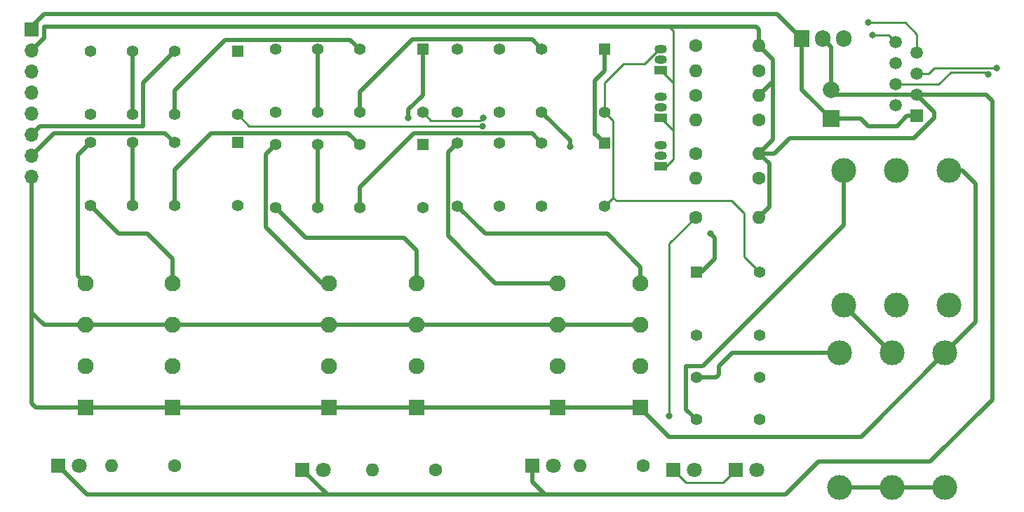
<source format=gbr>
%TF.GenerationSoftware,KiCad,Pcbnew,7.0.9*%
%TF.CreationDate,2024-06-30T00:15:25-04:00*%
%TF.ProjectId,Loop Board 3 Jackless Input,4c6f6f70-2042-46f6-9172-642033204a61,rev?*%
%TF.SameCoordinates,Original*%
%TF.FileFunction,Copper,L2,Bot*%
%TF.FilePolarity,Positive*%
%FSLAX46Y46*%
G04 Gerber Fmt 4.6, Leading zero omitted, Abs format (unit mm)*
G04 Created by KiCad (PCBNEW 7.0.9) date 2024-06-30 00:15:25*
%MOMM*%
%LPD*%
G01*
G04 APERTURE LIST*
%TA.AperFunction,ComponentPad*%
%ADD10R,1.400000X1.400000*%
%TD*%
%TA.AperFunction,ComponentPad*%
%ADD11C,1.400000*%
%TD*%
%TA.AperFunction,ComponentPad*%
%ADD12R,1.700000X1.700000*%
%TD*%
%TA.AperFunction,ComponentPad*%
%ADD13O,1.700000X1.700000*%
%TD*%
%TA.AperFunction,ComponentPad*%
%ADD14R,1.500000X1.050000*%
%TD*%
%TA.AperFunction,ComponentPad*%
%ADD15O,1.500000X1.050000*%
%TD*%
%TA.AperFunction,ComponentPad*%
%ADD16R,1.950000X1.950000*%
%TD*%
%TA.AperFunction,ComponentPad*%
%ADD17C,1.950000*%
%TD*%
%TA.AperFunction,ComponentPad*%
%ADD18R,1.500000X1.500000*%
%TD*%
%TA.AperFunction,ComponentPad*%
%ADD19C,1.500000*%
%TD*%
%TA.AperFunction,ComponentPad*%
%ADD20R,1.800000X1.800000*%
%TD*%
%TA.AperFunction,ComponentPad*%
%ADD21C,1.800000*%
%TD*%
%TA.AperFunction,ComponentPad*%
%ADD22C,1.600000*%
%TD*%
%TA.AperFunction,ComponentPad*%
%ADD23O,1.600000X1.600000*%
%TD*%
%TA.AperFunction,ComponentPad*%
%ADD24C,3.000000*%
%TD*%
%TA.AperFunction,ComponentPad*%
%ADD25R,1.905000X2.000000*%
%TD*%
%TA.AperFunction,ComponentPad*%
%ADD26O,1.905000X2.000000*%
%TD*%
%TA.AperFunction,ComponentPad*%
%ADD27R,2.000000X2.000000*%
%TD*%
%TA.AperFunction,ComponentPad*%
%ADD28C,2.000000*%
%TD*%
%TA.AperFunction,ViaPad*%
%ADD29C,0.800000*%
%TD*%
%TA.AperFunction,Conductor*%
%ADD30C,0.500000*%
%TD*%
%TA.AperFunction,Conductor*%
%ADD31C,0.250000*%
%TD*%
G04 APERTURE END LIST*
D10*
%TO.P,Right3,1*%
%TO.N,/5V*%
X148380000Y-42975000D03*
D11*
%TO.P,Right3,4*%
%TO.N,/R_out*%
X140760000Y-42975000D03*
%TO.P,Right3,6*%
%TO.N,Net-(Right3-Pad11)*%
X135680000Y-42975000D03*
%TO.P,Right3,8*%
%TO.N,/R_Return3*%
X130600000Y-42975000D03*
%TO.P,Right3,9*%
%TO.N,/R_send3*%
X130600000Y-50595000D03*
%TO.P,Right3,11*%
%TO.N,Net-(Right3-Pad11)*%
X135680000Y-50595000D03*
%TO.P,Right3,13*%
%TO.N,Net-(Right2-Pad4)*%
X140760000Y-50595000D03*
%TO.P,Right3,16*%
%TO.N,Net-(QL3-D)*%
X148380000Y-50595000D03*
%TD*%
D12*
%TO.P,J2,1,Pin_1*%
%TO.N,/9V*%
X123500000Y-40340000D03*
D13*
%TO.P,J2,2,Pin_2*%
%TO.N,/Ctrl_GND*%
X123500000Y-42880000D03*
%TO.P,J2,3,Pin_3*%
%TO.N,/Control4*%
X123500000Y-45420000D03*
%TO.P,J2,4,Pin_4*%
%TO.N,/Control5*%
X123500000Y-47960000D03*
%TO.P,J2,5,Pin_5*%
%TO.N,/Control6*%
X123500000Y-50500000D03*
%TO.P,J2,6,Pin_6*%
%TO.N,/R_out*%
X123500000Y-53040000D03*
%TO.P,J2,7,Pin_7*%
%TO.N,/L_out*%
X123500000Y-55580000D03*
%TO.P,J2,8,Pin_8*%
%TO.N,/Signal_Gnd*%
X123500000Y-58120000D03*
%TD*%
D14*
%TO.P,QL3,1,S*%
%TO.N,/Ctrl_GND*%
X199500000Y-56835000D03*
D15*
%TO.P,QL3,2,G*%
%TO.N,Net-(QL3-G)*%
X199500000Y-55565000D03*
%TO.P,QL3,3,D*%
%TO.N,Net-(QL3-D)*%
X199500000Y-54295000D03*
%TD*%
D16*
%TO.P,Return2,1,Pin_1*%
%TO.N,/Signal_Gnd*%
X159400000Y-86000000D03*
D17*
%TO.P,Return2,2,Pin_2*%
%TO.N,/R_Return2*%
X159400000Y-81000000D03*
%TO.P,Return2,3,Pin_3*%
%TO.N,/Signal_Gnd*%
X159400000Y-76000000D03*
%TO.P,Return2,4,Pin_4*%
%TO.N,/L_Return2*%
X159400000Y-71000000D03*
%TD*%
D18*
%TO.P,J1,1*%
%TO.N,/9V*%
X230400000Y-50782500D03*
D19*
%TO.P,J1,2*%
%TO.N,/Control1*%
X227860000Y-49512500D03*
%TO.P,J1,3*%
%TO.N,/Ctrl_GND*%
X230400000Y-48242500D03*
%TO.P,J1,4*%
%TO.N,/Control2*%
X227860000Y-46972500D03*
%TO.P,J1,5*%
%TO.N,/Control3*%
X230400000Y-45702500D03*
%TO.P,J1,6*%
%TO.N,/Control4*%
X227860000Y-44432500D03*
%TO.P,J1,7*%
%TO.N,/Control5*%
X230400000Y-43162500D03*
%TO.P,J1,8*%
%TO.N,/Control6*%
X227860000Y-41892500D03*
%TD*%
D20*
%TO.P,D2,1,K*%
%TO.N,/Ctrl_GND*%
X156225000Y-93500000D03*
D21*
%TO.P,D2,2,A*%
%TO.N,Net-(D2-A)*%
X158765000Y-93500000D03*
%TD*%
D22*
%TO.P,LeftPD2,1*%
%TO.N,Net-(QL2-G)*%
X203690000Y-48295000D03*
D23*
%TO.P,LeftPD2,2*%
%TO.N,/Ctrl_GND*%
X211310000Y-48295000D03*
%TD*%
D16*
%TO.P,Send3,1,Pin_1*%
%TO.N,/Signal_Gnd*%
X140537500Y-86000000D03*
D17*
%TO.P,Send3,2,Pin_2*%
%TO.N,/R_send3*%
X140537500Y-81000000D03*
%TO.P,Send3,3,Pin_3*%
%TO.N,/Signal_Gnd*%
X140537500Y-76000000D03*
%TO.P,Send3,4,Pin_4*%
%TO.N,/L_Send3*%
X140537500Y-71000000D03*
%TD*%
D24*
%TO.P,R1,R*%
%TO.N,unconnected-(R1-PadR)*%
X227915000Y-57385000D03*
%TO.P,R1,RN*%
%TO.N,unconnected-(R1-PadRN)*%
X227915000Y-73615000D03*
%TO.P,R1,S*%
%TO.N,/Signal_Gnd*%
X234265000Y-57385000D03*
%TO.P,R1,SN*%
%TO.N,unconnected-(R1-PadSN)*%
X234265000Y-73615000D03*
%TO.P,R1,T*%
%TO.N,/R_in*%
X221565000Y-57385000D03*
%TO.P,R1,TN*%
%TO.N,Net-(L/Mono1-PadR)*%
X221565000Y-73615000D03*
%TD*%
D10*
%TO.P,Left/Mono3,1*%
%TO.N,/5V*%
X148380000Y-53975000D03*
D11*
%TO.P,Left/Mono3,4*%
%TO.N,/L_out*%
X140760000Y-53975000D03*
%TO.P,Left/Mono3,6*%
%TO.N,Net-(Left/Mono3-Pad11)*%
X135680000Y-53975000D03*
%TO.P,Left/Mono3,8*%
%TO.N,/L_Return3*%
X130600000Y-53975000D03*
%TO.P,Left/Mono3,9*%
%TO.N,/L_Send3*%
X130600000Y-61595000D03*
%TO.P,Left/Mono3,11*%
%TO.N,Net-(Left/Mono3-Pad11)*%
X135680000Y-61595000D03*
%TO.P,Left/Mono3,13*%
%TO.N,Net-(Left/Mono2-Pad4)*%
X140760000Y-61595000D03*
%TO.P,Left/Mono3,16*%
%TO.N,Net-(QL3-D)*%
X148380000Y-61595000D03*
%TD*%
D25*
%TO.P,U1,1,IN*%
%TO.N,/9V*%
X216460000Y-41445000D03*
D26*
%TO.P,U1,2,GND*%
%TO.N,/Ctrl_GND*%
X219000000Y-41445000D03*
%TO.P,U1,3,OUT*%
%TO.N,/5V*%
X221540000Y-41445000D03*
%TD*%
D22*
%TO.P,LeftPD3,1*%
%TO.N,Net-(QL3-G)*%
X203690000Y-55295000D03*
D23*
%TO.P,LeftPD3,2*%
%TO.N,/Ctrl_GND*%
X211310000Y-55295000D03*
%TD*%
D22*
%TO.P,RLed1,1*%
%TO.N,/Control1*%
X197310000Y-93000000D03*
D23*
%TO.P,RLed1,2*%
%TO.N,Net-(D1-A)*%
X189690000Y-93000000D03*
%TD*%
D20*
%TO.P,D4,1,K*%
%TO.N,Net-(D4-K)*%
X201000000Y-93500000D03*
D21*
%TO.P,D4,2,A*%
%TO.N,Net-(D4-A)*%
X203540000Y-93500000D03*
%TD*%
D14*
%TO.P,QL2,1,S*%
%TO.N,/Ctrl_GND*%
X199500000Y-51045000D03*
D15*
%TO.P,QL2,2,G*%
%TO.N,Net-(QL2-G)*%
X199500000Y-49775000D03*
%TO.P,QL2,3,D*%
%TO.N,Net-(QL2-D)*%
X199500000Y-48505000D03*
%TD*%
D22*
%TO.P,LGate3,1*%
%TO.N,/Control3*%
X211310000Y-58295000D03*
D23*
%TO.P,LGate3,2*%
%TO.N,Net-(QL3-G)*%
X203690000Y-58295000D03*
%TD*%
D16*
%TO.P,Send2,1,Pin_1*%
%TO.N,/Signal_Gnd*%
X170037500Y-86000000D03*
D17*
%TO.P,Send2,2,Pin_2*%
%TO.N,/R_send2*%
X170037500Y-81000000D03*
%TO.P,Send2,3,Pin_3*%
%TO.N,/Signal_Gnd*%
X170037500Y-76000000D03*
%TO.P,Send2,4,Pin_4*%
%TO.N,/L_Send2*%
X170037500Y-71000000D03*
%TD*%
D10*
%TO.P,Left/Mono1,1*%
%TO.N,/5V*%
X192700000Y-54032500D03*
D11*
%TO.P,Left/Mono1,4*%
%TO.N,Net-(InputRelay1-Pad4)*%
X185080000Y-54032500D03*
%TO.P,Left/Mono1,6*%
%TO.N,Net-(Left/Mono1-Pad11)*%
X180000000Y-54032500D03*
%TO.P,Left/Mono1,8*%
%TO.N,/L_Return1*%
X174920000Y-54032500D03*
%TO.P,Left/Mono1,9*%
%TO.N,/L_Send1*%
X174920000Y-61652500D03*
%TO.P,Left/Mono1,11*%
%TO.N,Net-(Left/Mono1-Pad11)*%
X180000000Y-61652500D03*
%TO.P,Left/Mono1,13*%
%TO.N,/L_in*%
X185080000Y-61652500D03*
%TO.P,Left/Mono1,16*%
%TO.N,Net-(QL1-D)*%
X192700000Y-61652500D03*
%TD*%
D14*
%TO.P,QL1,1,S*%
%TO.N,/Ctrl_GND*%
X199500000Y-45255000D03*
D15*
%TO.P,QL1,2,G*%
%TO.N,Net-(QL1-G)*%
X199500000Y-43985000D03*
%TO.P,QL1,3,D*%
%TO.N,Net-(QL1-D)*%
X199500000Y-42715000D03*
%TD*%
D24*
%TO.P,L/Mono1,R*%
%TO.N,Net-(L/Mono1-PadR)*%
X227415000Y-79385000D03*
%TO.P,L/Mono1,RN*%
%TO.N,Net-(L/Mono1-PadRN)*%
X227415000Y-95615000D03*
%TO.P,L/Mono1,S*%
%TO.N,/Signal_Gnd*%
X233765000Y-79385000D03*
%TO.P,L/Mono1,SN*%
%TO.N,Net-(L/Mono1-PadRN)*%
X233765000Y-95615000D03*
%TO.P,L/Mono1,T*%
%TO.N,/L_in*%
X221065000Y-79385000D03*
%TO.P,L/Mono1,TN*%
%TO.N,Net-(L/Mono1-PadRN)*%
X221065000Y-95615000D03*
%TD*%
D10*
%TO.P,Right1,1*%
%TO.N,/5V*%
X192700000Y-42675000D03*
D11*
%TO.P,Right1,4*%
%TO.N,Net-(Right1-Pad4)*%
X185080000Y-42675000D03*
%TO.P,Right1,6*%
%TO.N,Net-(Right1-Pad11)*%
X180000000Y-42675000D03*
%TO.P,Right1,8*%
%TO.N,/R_Return1*%
X174920000Y-42675000D03*
%TO.P,Right1,9*%
%TO.N,/R_send1*%
X174920000Y-50295000D03*
%TO.P,Right1,11*%
%TO.N,Net-(Right1-Pad11)*%
X180000000Y-50295000D03*
%TO.P,Right1,13*%
%TO.N,/R_in*%
X185080000Y-50295000D03*
%TO.P,Right1,16*%
%TO.N,Net-(QL1-D)*%
X192700000Y-50295000D03*
%TD*%
D16*
%TO.P,Return3,1,Pin_1*%
%TO.N,/Signal_Gnd*%
X130037500Y-86000000D03*
D17*
%TO.P,Return3,2,Pin_2*%
%TO.N,/R_Return3*%
X130037500Y-81000000D03*
%TO.P,Return3,3,Pin_3*%
%TO.N,/Signal_Gnd*%
X130037500Y-76000000D03*
%TO.P,Return3,4,Pin_4*%
%TO.N,/L_Return3*%
X130037500Y-71000000D03*
%TD*%
D10*
%TO.P,InputRelay1,1*%
%TO.N,/5V*%
X203737500Y-69642500D03*
D11*
%TO.P,InputRelay1,4*%
%TO.N,Net-(InputRelay1-Pad4)*%
X203737500Y-77262500D03*
%TO.P,InputRelay1,6*%
%TO.N,/L_in*%
X203737500Y-82342500D03*
%TO.P,InputRelay1,8*%
%TO.N,/R_in*%
X203737500Y-87422500D03*
%TO.P,InputRelay1,9*%
%TO.N,Net-(D5-A)*%
X211357500Y-87422500D03*
%TO.P,InputRelay1,11*%
%TO.N,Net-(D4-A)*%
X211357500Y-82342500D03*
%TO.P,InputRelay1,13*%
%TO.N,/5V*%
X211357500Y-77262500D03*
%TO.P,InputRelay1,16*%
%TO.N,Net-(QL1-D)*%
X211357500Y-69642500D03*
%TD*%
D22*
%TO.P,LGate2,1*%
%TO.N,/Control2*%
X211310000Y-51295000D03*
D23*
%TO.P,LGate2,2*%
%TO.N,Net-(QL2-G)*%
X203690000Y-51295000D03*
%TD*%
D22*
%TO.P,LGate1,1*%
%TO.N,/Control1*%
X211310000Y-45295000D03*
D23*
%TO.P,LGate1,2*%
%TO.N,Net-(QL1-G)*%
X203690000Y-45295000D03*
%TD*%
D20*
%TO.P,D3,1,K*%
%TO.N,/Ctrl_GND*%
X126725000Y-93000000D03*
D21*
%TO.P,D3,2,A*%
%TO.N,Net-(D3-A)*%
X129265000Y-93000000D03*
%TD*%
D16*
%TO.P,Return1,1,Pin_1*%
%TO.N,/Signal_Gnd*%
X187037500Y-86000000D03*
D17*
%TO.P,Return1,2,Pin_2*%
%TO.N,/R_Return1*%
X187037500Y-81000000D03*
%TO.P,Return1,3,Pin_3*%
%TO.N,/Signal_Gnd*%
X187037500Y-76000000D03*
%TO.P,Return1,4,Pin_4*%
%TO.N,/L_Return1*%
X187037500Y-71000000D03*
%TD*%
D16*
%TO.P,Send1,1,Pin_1*%
%TO.N,/Signal_Gnd*%
X197037500Y-86000000D03*
D17*
%TO.P,Send1,2,Pin_2*%
%TO.N,/R_send1*%
X197037500Y-81000000D03*
%TO.P,Send1,3,Pin_3*%
%TO.N,/Signal_Gnd*%
X197037500Y-76000000D03*
%TO.P,Send1,4,Pin_4*%
%TO.N,/L_Send1*%
X197037500Y-71000000D03*
%TD*%
D20*
%TO.P,D1,1,K*%
%TO.N,/Ctrl_GND*%
X183960000Y-93000000D03*
D21*
%TO.P,D1,2,A*%
%TO.N,Net-(D1-A)*%
X186500000Y-93000000D03*
%TD*%
D27*
%TO.P,C1,1*%
%TO.N,/9V*%
X220000000Y-51117677D03*
D28*
%TO.P,C1,2*%
%TO.N,/Ctrl_GND*%
X220000000Y-47617677D03*
%TD*%
D22*
%TO.P,LeftPD1,1*%
%TO.N,Net-(QL1-G)*%
X203690000Y-42295000D03*
D23*
%TO.P,LeftPD1,2*%
%TO.N,/Ctrl_GND*%
X211310000Y-42295000D03*
%TD*%
D10*
%TO.P,Left/Mono2,1*%
%TO.N,/5V*%
X170737500Y-54237500D03*
D11*
%TO.P,Left/Mono2,4*%
%TO.N,Net-(Left/Mono2-Pad4)*%
X163117500Y-54237500D03*
%TO.P,Left/Mono2,6*%
%TO.N,Net-(Left/Mono2-Pad11)*%
X158037500Y-54237500D03*
%TO.P,Left/Mono2,8*%
%TO.N,/L_Return2*%
X152957500Y-54237500D03*
%TO.P,Left/Mono2,9*%
%TO.N,/L_Send2*%
X152957500Y-61857500D03*
%TO.P,Left/Mono2,11*%
%TO.N,Net-(Left/Mono2-Pad11)*%
X158037500Y-61857500D03*
%TO.P,Left/Mono2,13*%
%TO.N,Net-(InputRelay1-Pad4)*%
X163117500Y-61857500D03*
%TO.P,Left/Mono2,16*%
%TO.N,Net-(QL2-D)*%
X170737500Y-61857500D03*
%TD*%
D20*
%TO.P,D5,1,K*%
%TO.N,Net-(D4-K)*%
X208500000Y-93500000D03*
D21*
%TO.P,D5,2,A*%
%TO.N,Net-(D5-A)*%
X211040000Y-93500000D03*
%TD*%
D10*
%TO.P,Right2,1*%
%TO.N,/5V*%
X170737500Y-42737500D03*
D11*
%TO.P,Right2,4*%
%TO.N,Net-(Right2-Pad4)*%
X163117500Y-42737500D03*
%TO.P,Right2,6*%
%TO.N,Net-(Right2-Pad11)*%
X158037500Y-42737500D03*
%TO.P,Right2,8*%
%TO.N,/R_Return2*%
X152957500Y-42737500D03*
%TO.P,Right2,9*%
%TO.N,/R_send2*%
X152957500Y-50357500D03*
%TO.P,Right2,11*%
%TO.N,Net-(Right2-Pad11)*%
X158037500Y-50357500D03*
%TO.P,Right2,13*%
%TO.N,Net-(Right1-Pad4)*%
X163117500Y-50357500D03*
%TO.P,Right2,16*%
%TO.N,Net-(QL2-D)*%
X170737500Y-50357500D03*
%TD*%
D22*
%TO.P,RLed3,1*%
%TO.N,/Control3*%
X140810000Y-93000000D03*
D23*
%TO.P,RLed3,2*%
%TO.N,Net-(D3-A)*%
X133190000Y-93000000D03*
%TD*%
D22*
%TO.P,RLed4,1*%
%TO.N,Net-(D4-K)*%
X203690000Y-63000000D03*
D23*
%TO.P,RLed4,2*%
%TO.N,/Ctrl_GND*%
X211310000Y-63000000D03*
%TD*%
D22*
%TO.P,RLed2,1*%
%TO.N,/Control2*%
X172310000Y-93500000D03*
D23*
%TO.P,RLed2,2*%
%TO.N,Net-(D2-A)*%
X164690000Y-93500000D03*
%TD*%
D29*
%TO.N,/R_in*%
X188500000Y-54500000D03*
%TO.N,Net-(D4-K)*%
X200500000Y-87000000D03*
%TO.N,/5V*%
X169000000Y-51000000D03*
X205500000Y-65000000D03*
%TO.N,/Control2*%
X239000000Y-45724500D03*
%TO.N,/Control3*%
X240000000Y-45000000D03*
%TO.N,/Control5*%
X224487701Y-39512299D03*
%TO.N,/Control6*%
X225000000Y-41000000D03*
%TO.N,Net-(QL2-D)*%
X178000000Y-51000000D03*
%TO.N,Net-(QL3-D)*%
X177987701Y-52012299D03*
%TD*%
D30*
%TO.N,/L_Return2*%
X151807500Y-64207500D02*
X151807500Y-55387500D01*
X151807500Y-55387500D02*
X152957500Y-54237500D01*
X158600000Y-71000000D02*
X151807500Y-64207500D01*
X159500000Y-71000000D02*
X158600000Y-71000000D01*
%TO.N,/9V*%
X216460000Y-41445000D02*
X216460000Y-47577677D01*
X213515000Y-38500000D02*
X216460000Y-41445000D01*
X216460000Y-47577677D02*
X220000000Y-51117677D01*
X223617677Y-51117677D02*
X220000000Y-51117677D01*
X123500000Y-40340000D02*
X123500000Y-40000000D01*
X228000000Y-52000000D02*
X224500000Y-52000000D01*
X125000000Y-38500000D02*
X213515000Y-38500000D01*
X229217500Y-50782500D02*
X228000000Y-52000000D01*
X230400000Y-50782500D02*
X229217500Y-50782500D01*
X224500000Y-52000000D02*
X223617677Y-51117677D01*
X123500000Y-40000000D02*
X125000000Y-38500000D01*
%TO.N,/Ctrl_GND*%
X159225000Y-96500000D02*
X130225000Y-96500000D01*
D31*
X201000000Y-40500000D02*
X200500000Y-40000000D01*
D30*
X232500000Y-50342500D02*
X232500000Y-51000000D01*
X213000000Y-43985000D02*
X213000000Y-45500000D01*
X230000000Y-53500000D02*
X215000000Y-53500000D01*
X238742500Y-48242500D02*
X239500000Y-49000000D01*
X239500000Y-49000000D02*
X239500000Y-85000000D01*
X239500000Y-85000000D02*
X232000000Y-92500000D01*
D31*
X199500000Y-56835000D02*
X200165000Y-56835000D01*
D30*
X183960000Y-94960000D02*
X183960000Y-93000000D01*
X214500000Y-96500000D02*
X186000000Y-96500000D01*
X123500000Y-42880000D02*
X125000000Y-41380000D01*
X130225000Y-96500000D02*
X126725000Y-93000000D01*
X211310000Y-40310000D02*
X211310000Y-42295000D01*
X230400000Y-48242500D02*
X220624823Y-48242500D01*
X220624823Y-48242500D02*
X220000000Y-47617677D01*
X215000000Y-53500000D02*
X213205000Y-55295000D01*
X186000000Y-96500000D02*
X185500000Y-96500000D01*
X232000000Y-92500000D02*
X218500000Y-92500000D01*
X220000000Y-47617677D02*
X220000000Y-42445000D01*
X211310000Y-55295000D02*
X212560000Y-56545000D01*
D31*
X201000000Y-52545000D02*
X199500000Y-51045000D01*
D30*
X211000000Y-40000000D02*
X211310000Y-40310000D01*
X212560000Y-56545000D02*
X212560000Y-61750000D01*
X230400000Y-48242500D02*
X238742500Y-48242500D01*
X125000000Y-40000000D02*
X198000000Y-40000000D01*
X213000000Y-45500000D02*
X213000000Y-46605000D01*
X213205000Y-55295000D02*
X211310000Y-55295000D01*
X212560000Y-61750000D02*
X211310000Y-63000000D01*
X213000000Y-46605000D02*
X211310000Y-48295000D01*
X159225000Y-96500000D02*
X156225000Y-93500000D01*
D31*
X201000000Y-56000000D02*
X201000000Y-52545000D01*
D30*
X211310000Y-42295000D02*
X213000000Y-43985000D01*
X213000000Y-53605000D02*
X213000000Y-45500000D01*
X186000000Y-96500000D02*
X159225000Y-96500000D01*
X200500000Y-40000000D02*
X211000000Y-40000000D01*
D31*
X201000000Y-46755000D02*
X199500000Y-45255000D01*
X200165000Y-56835000D02*
X201000000Y-56000000D01*
D30*
X220000000Y-42445000D02*
X219000000Y-41445000D01*
D31*
X201000000Y-46755000D02*
X201000000Y-40500000D01*
D30*
X211310000Y-55295000D02*
X213000000Y-53605000D01*
X198000000Y-40000000D02*
X200500000Y-40000000D01*
D31*
X201000000Y-52545000D02*
X201000000Y-46755000D01*
D30*
X185500000Y-96500000D02*
X183960000Y-94960000D01*
X232500000Y-51000000D02*
X230000000Y-53500000D01*
X125000000Y-41380000D02*
X125000000Y-40000000D01*
X218500000Y-92500000D02*
X214500000Y-96500000D01*
X230400000Y-48242500D02*
X232500000Y-50342500D01*
%TO.N,/R_in*%
X202500000Y-86185000D02*
X202500000Y-81000000D01*
X188500000Y-54500000D02*
X188500000Y-53715000D01*
X188500000Y-53715000D02*
X185080000Y-50295000D01*
X202500000Y-81000000D02*
X204500000Y-81000000D01*
X204500000Y-81000000D02*
X221565000Y-63935000D01*
X221565000Y-63935000D02*
X221565000Y-57385000D01*
X203737500Y-87422500D02*
X202500000Y-86185000D01*
%TO.N,/L_in*%
X206157500Y-82342500D02*
X203737500Y-82342500D01*
X206500000Y-81000000D02*
X206500000Y-82000000D01*
X221065000Y-79385000D02*
X208115000Y-79385000D01*
X208115000Y-79385000D02*
X206500000Y-81000000D01*
X206500000Y-82000000D02*
X206157500Y-82342500D01*
%TO.N,/Signal_Gnd*%
X187037500Y-76000000D02*
X197037500Y-76000000D01*
X140537500Y-76000000D02*
X130037500Y-76000000D01*
X235885000Y-57385000D02*
X234265000Y-57385000D01*
X197037500Y-86000000D02*
X187037500Y-86000000D01*
X200500000Y-89500000D02*
X223650000Y-89500000D01*
X164500000Y-76000000D02*
X170037500Y-76000000D01*
X130037500Y-86000000D02*
X140537500Y-86000000D01*
X123500000Y-74500000D02*
X125000000Y-76000000D01*
X197037500Y-86037500D02*
X200500000Y-89500000D01*
X159500000Y-76000000D02*
X164500000Y-76000000D01*
X123500000Y-58120000D02*
X123500000Y-74500000D01*
X159500000Y-76000000D02*
X140537500Y-76000000D01*
X164500000Y-86000000D02*
X170037500Y-86000000D01*
X124000000Y-86000000D02*
X130037500Y-86000000D01*
X170037500Y-86000000D02*
X187037500Y-86000000D01*
X140537500Y-86000000D02*
X159500000Y-86000000D01*
X223650000Y-89500000D02*
X233765000Y-79385000D01*
X159500000Y-86000000D02*
X164500000Y-86000000D01*
X237500000Y-75650000D02*
X237500000Y-59000000D01*
X233765000Y-79385000D02*
X237500000Y-75650000D01*
X187037500Y-76000000D02*
X170037500Y-76000000D01*
X237500000Y-59000000D02*
X235885000Y-57385000D01*
X197037500Y-86000000D02*
X197037500Y-86037500D01*
X125000000Y-76000000D02*
X130037500Y-76000000D01*
X123500000Y-74500000D02*
X123500000Y-85500000D01*
X123500000Y-85500000D02*
X124000000Y-86000000D01*
%TO.N,/R_out*%
X137000000Y-52000000D02*
X137000000Y-46735000D01*
X137000000Y-46735000D02*
X140760000Y-42975000D01*
X124540000Y-52000000D02*
X137000000Y-52000000D01*
X123500000Y-53040000D02*
X124540000Y-52000000D01*
D31*
%TO.N,Net-(D4-K)*%
X207000000Y-95000000D02*
X208500000Y-93500000D01*
X200500000Y-80500000D02*
X200500000Y-87000000D01*
X200500000Y-66190000D02*
X200500000Y-80500000D01*
X203690000Y-63000000D02*
X200500000Y-66190000D01*
X201000000Y-93500000D02*
X202500000Y-95000000D01*
X202500000Y-95000000D02*
X207000000Y-95000000D01*
D30*
%TO.N,/5V*%
X169000000Y-50000000D02*
X170737500Y-48262500D01*
X206000000Y-68000000D02*
X204357500Y-69642500D01*
X191500000Y-46500000D02*
X191500000Y-53000000D01*
X205500000Y-65000000D02*
X206000000Y-65500000D01*
X204357500Y-69642500D02*
X203737500Y-69642500D01*
X206000000Y-65500000D02*
X206000000Y-68000000D01*
X191500000Y-53000000D02*
X191667500Y-53000000D01*
X169000000Y-51000000D02*
X169000000Y-50000000D01*
X192700000Y-45300000D02*
X191500000Y-46500000D01*
X170737500Y-48262500D02*
X170737500Y-42737500D01*
X192700000Y-42675000D02*
X192700000Y-45300000D01*
X191667500Y-53000000D02*
X192700000Y-54032500D01*
%TO.N,/L_out*%
X123500000Y-55580000D02*
X126255000Y-52825000D01*
X139610000Y-52825000D02*
X140760000Y-53975000D01*
X126255000Y-52825000D02*
X139610000Y-52825000D01*
D31*
%TO.N,Net-(QL1-D)*%
X199275000Y-42715000D02*
X197490000Y-44500000D01*
X193725000Y-60627500D02*
X194097500Y-61000000D01*
X192700000Y-50295000D02*
X193725000Y-51320000D01*
X195000000Y-44500000D02*
X192700000Y-46800000D01*
X209500000Y-67785000D02*
X211357500Y-69642500D01*
X208000000Y-61000000D02*
X209500000Y-62500000D01*
X209500000Y-62500000D02*
X209500000Y-67785000D01*
X193725000Y-60627500D02*
X192700000Y-61652500D01*
X193725000Y-51320000D02*
X193725000Y-60627500D01*
X192700000Y-46800000D02*
X192700000Y-50295000D01*
X199500000Y-42715000D02*
X199275000Y-42715000D01*
X197490000Y-44500000D02*
X195000000Y-44500000D01*
X194097500Y-61000000D02*
X208000000Y-61000000D01*
D30*
%TO.N,Net-(InputRelay1-Pad4)*%
X163117500Y-59382500D02*
X163117500Y-61857500D01*
X169617500Y-52882500D02*
X163117500Y-59382500D01*
X183930000Y-52882500D02*
X169617500Y-52882500D01*
X185080000Y-54032500D02*
X183930000Y-52882500D01*
D31*
%TO.N,/Control2*%
X234524598Y-45500000D02*
X239000000Y-45500000D01*
X233027500Y-46972500D02*
X234500000Y-45500000D01*
X234512299Y-45512299D02*
X234524598Y-45500000D01*
X239000000Y-45500000D02*
X239000000Y-45724500D01*
X234500000Y-45500000D02*
X234512299Y-45512299D01*
X227860000Y-46972500D02*
X233027500Y-46972500D01*
%TO.N,/Control3*%
X232500000Y-45000000D02*
X238500000Y-45000000D01*
X238500000Y-45000000D02*
X239000000Y-45000000D01*
X230400000Y-45702500D02*
X231797500Y-45702500D01*
X239000000Y-45000000D02*
X240000000Y-45000000D01*
X231797500Y-45702500D02*
X232000000Y-45500000D01*
X232000000Y-45500000D02*
X232500000Y-45000000D01*
%TO.N,/Control5*%
X229012299Y-39512299D02*
X230400000Y-40900000D01*
X224487701Y-39512299D02*
X229012299Y-39512299D01*
X230400000Y-40900000D02*
X230400000Y-43162500D01*
%TO.N,/Control6*%
X226967500Y-41000000D02*
X227860000Y-41892500D01*
X225000000Y-41000000D02*
X226967500Y-41000000D01*
D30*
%TO.N,/L_Send1*%
X178267500Y-65000000D02*
X193000000Y-65000000D01*
X197037500Y-69037500D02*
X197037500Y-71000000D01*
X193000000Y-65000000D02*
X197037500Y-69037500D01*
X174920000Y-61652500D02*
X178267500Y-65000000D01*
%TO.N,/L_Return3*%
X129062500Y-70025000D02*
X129062500Y-55512500D01*
X130037500Y-71000000D02*
X129062500Y-70025000D01*
X129062500Y-55512500D02*
X130600000Y-53975000D01*
%TO.N,/L_Send2*%
X156600000Y-65500000D02*
X168500000Y-65500000D01*
X152957500Y-61857500D02*
X156600000Y-65500000D01*
X168500000Y-65500000D02*
X170037500Y-67037500D01*
X170037500Y-67037500D02*
X170037500Y-71000000D01*
%TO.N,/L_Send3*%
X137500000Y-65000000D02*
X140537500Y-68037500D01*
X134005000Y-65000000D02*
X137500000Y-65000000D01*
X140537500Y-68037500D02*
X140537500Y-71000000D01*
X130600000Y-61595000D02*
X134005000Y-65000000D01*
%TO.N,/L_Return1*%
X187037500Y-71000000D02*
X179500000Y-71000000D01*
X173770000Y-55182500D02*
X174920000Y-54032500D01*
X179500000Y-71000000D02*
X173770000Y-65270000D01*
X173770000Y-65270000D02*
X173770000Y-55182500D01*
%TO.N,Net-(Left/Mono2-Pad4)*%
X145175000Y-52825000D02*
X140760000Y-57240000D01*
X163117500Y-54237500D02*
X161705000Y-52825000D01*
X140760000Y-57240000D02*
X140760000Y-61595000D01*
X161705000Y-52825000D02*
X145175000Y-52825000D01*
%TO.N,Net-(Left/Mono2-Pad11)*%
X158037500Y-54237500D02*
X158037500Y-61857500D01*
D31*
%TO.N,Net-(QL2-D)*%
X171700000Y-51320000D02*
X170737500Y-50357500D01*
X177680000Y-51320000D02*
X171700000Y-51320000D01*
X178000000Y-51000000D02*
X177680000Y-51320000D01*
D30*
%TO.N,Net-(Left/Mono3-Pad11)*%
X135680000Y-53975000D02*
X135680000Y-61595000D01*
D31*
%TO.N,Net-(QL3-D)*%
X172000000Y-52000000D02*
X149785000Y-52000000D01*
X172012299Y-52012299D02*
X172000000Y-52000000D01*
X149785000Y-52000000D02*
X148380000Y-50595000D01*
X177987701Y-52012299D02*
X172012299Y-52012299D01*
D30*
%TO.N,Net-(Right1-Pad4)*%
X163117500Y-47882500D02*
X163117500Y-50357500D01*
X185080000Y-42675000D02*
X183930000Y-41525000D01*
X169475000Y-41525000D02*
X163117500Y-47882500D01*
X183930000Y-41525000D02*
X169475000Y-41525000D01*
%TO.N,Net-(Right2-Pad4)*%
X140760000Y-47740000D02*
X140760000Y-50595000D01*
X161967500Y-41587500D02*
X146912500Y-41587500D01*
X146912500Y-41587500D02*
X140760000Y-47740000D01*
X163117500Y-42737500D02*
X161967500Y-41587500D01*
%TO.N,Net-(Right2-Pad11)*%
X158037500Y-42737500D02*
X158037500Y-50357500D01*
%TO.N,Net-(Right3-Pad11)*%
X135680000Y-42975000D02*
X135680000Y-50595000D01*
%TO.N,Net-(L/Mono1-PadR)*%
X221565000Y-73615000D02*
X227335000Y-79385000D01*
X227335000Y-79385000D02*
X227415000Y-79385000D01*
%TO.N,Net-(L/Mono1-PadRN)*%
X227415000Y-95615000D02*
X233765000Y-95615000D01*
X221065000Y-95615000D02*
X227415000Y-95615000D01*
%TD*%
M02*

</source>
